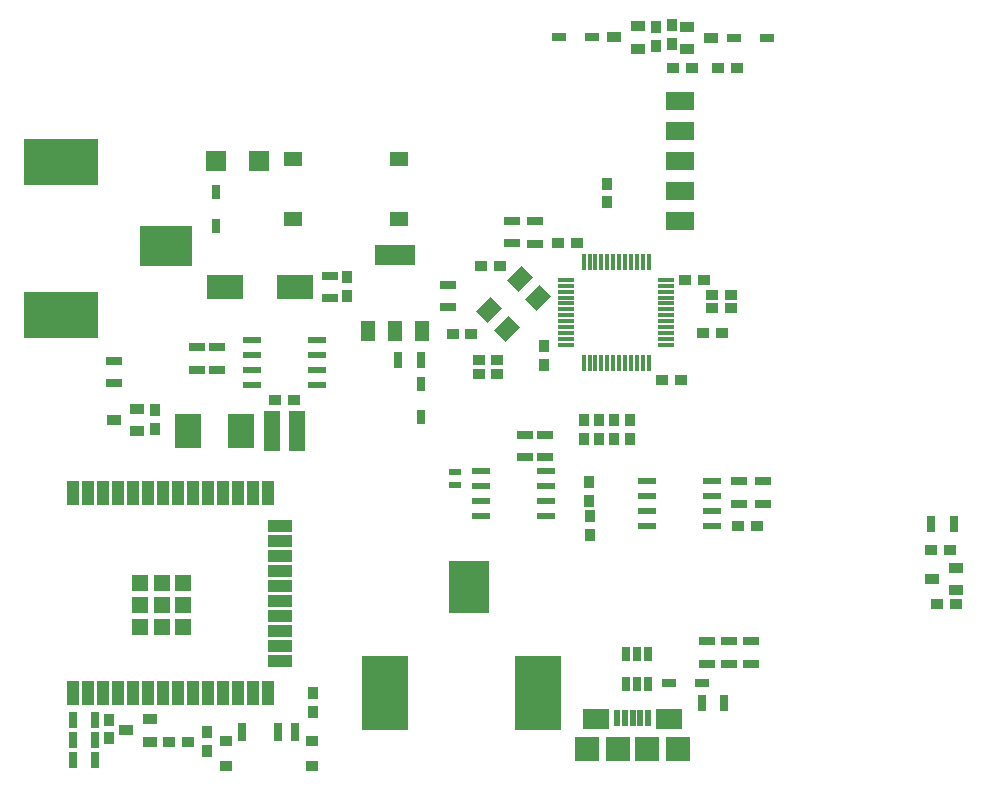
<source format=gtp>
G04*
G04 #@! TF.GenerationSoftware,Altium Limited,Altium Designer,22.6.1 (34)*
G04*
G04 Layer_Color=152*
%FSLAX25Y25*%
%MOIN*%
G70*
G04*
G04 #@! TF.SameCoordinates,8414C9FA-97DA-49A9-B933-D5EF8910B524*
G04*
G04*
G04 #@! TF.FilePolarity,Positive*
G04*
G01*
G75*
%ADD19R,0.04194X0.03494*%
%ADD20R,0.04764X0.03543*%
%ADD21R,0.03150X0.05512*%
%ADD22R,0.05512X0.03150*%
%ADD23R,0.02717X0.05158*%
%ADD24R,0.04528X0.02559*%
%ADD25R,0.07874X0.07874*%
%ADD26R,0.08661X0.06693*%
%ADD27R,0.01968X0.05709*%
%ADD28R,0.03494X0.04194*%
%ADD29R,0.09252X0.06102*%
%ADD30R,0.05194X0.01594*%
%ADD31R,0.01594X0.05194*%
%ADD32R,0.06299X0.02362*%
G04:AMPARAMS|DCode=33|XSize=66.93mil|YSize=53.15mil|CornerRadius=0mil|HoleSize=0mil|Usage=FLASHONLY|Rotation=45.000|XOffset=0mil|YOffset=0mil|HoleType=Round|Shape=Rectangle|*
%AMROTATEDRECTD33*
4,1,4,-0.00487,-0.04245,-0.04245,-0.00487,0.00487,0.04245,0.04245,0.00487,-0.00487,-0.04245,0.0*
%
%ADD33ROTATEDRECTD33*%

%ADD34R,0.15748X0.24803*%
%ADD35R,0.13386X0.17717*%
%ADD36R,0.04331X0.02362*%
%ADD37R,0.02559X0.04528*%
%ADD38R,0.06496X0.05118*%
%ADD39R,0.06693X0.06693*%
%ADD40R,0.04331X0.03543*%
%ADD41R,0.03150X0.06299*%
%ADD42R,0.03937X0.08268*%
%ADD43R,0.08268X0.03937*%
%ADD44R,0.05630X0.05630*%
%ADD45R,0.05512X0.13780*%
%ADD46R,0.08894X0.11193*%
%ADD47R,0.24803X0.15748*%
%ADD48R,0.17717X0.13386*%
%ADD49R,0.13386X0.06693*%
%ADD50R,0.05118X0.06693*%
%ADD51R,0.12205X0.08268*%
D19*
X319774Y56998D02*
D03*
X326074D02*
D03*
X324213Y75197D02*
D03*
X317913D02*
D03*
X253150Y235630D02*
D03*
X246850D02*
D03*
X238189D02*
D03*
X231889D02*
D03*
X248032Y147441D02*
D03*
X241732D02*
D03*
X244882Y155709D02*
D03*
X251182D02*
D03*
X244882Y160236D02*
D03*
X251182D02*
D03*
X235826Y165157D02*
D03*
X242126D02*
D03*
X259843Y83071D02*
D03*
X253543D02*
D03*
X234449Y131693D02*
D03*
X228149D02*
D03*
X173229Y133661D02*
D03*
X166929D02*
D03*
X173229Y138583D02*
D03*
X166929D02*
D03*
X164567Y147244D02*
D03*
X158267D02*
D03*
X199803Y177362D02*
D03*
X193503D02*
D03*
X167913Y169882D02*
D03*
X174213D02*
D03*
X70079Y11220D02*
D03*
X63779D02*
D03*
X105512Y125000D02*
D03*
X99212D02*
D03*
D20*
X326071Y61705D02*
D03*
X318236Y65445D02*
D03*
X326071Y69185D02*
D03*
X236528Y249515D02*
D03*
X244362Y245775D02*
D03*
X236528Y242035D02*
D03*
X219969Y242216D02*
D03*
X212134Y245957D02*
D03*
X219969Y249697D02*
D03*
X57264Y11220D02*
D03*
X49429Y14961D02*
D03*
X57264Y18701D02*
D03*
X53150Y122244D02*
D03*
X45315Y118504D02*
D03*
X53150Y114764D02*
D03*
D21*
X317913Y83661D02*
D03*
X325394D02*
D03*
X248819Y24016D02*
D03*
X241339D02*
D03*
X140157Y138583D02*
D03*
X147638D02*
D03*
X31693Y5118D02*
D03*
X39173D02*
D03*
X39173Y11909D02*
D03*
X31693D02*
D03*
X39173Y18602D02*
D03*
X31693D02*
D03*
D22*
X257677Y37205D02*
D03*
Y44685D02*
D03*
X250394Y37205D02*
D03*
Y44685D02*
D03*
X243110Y37205D02*
D03*
Y44685D02*
D03*
X261811Y98032D02*
D03*
Y90551D02*
D03*
X253740Y98032D02*
D03*
Y90551D02*
D03*
X189173Y106102D02*
D03*
Y113583D02*
D03*
X182480D02*
D03*
Y106102D02*
D03*
X156693Y156102D02*
D03*
Y163583D02*
D03*
X185827Y184744D02*
D03*
Y177264D02*
D03*
X177953Y184843D02*
D03*
Y177362D02*
D03*
X117323Y159055D02*
D03*
Y166535D02*
D03*
X79921Y135236D02*
D03*
Y142717D02*
D03*
X73032D02*
D03*
Y135039D02*
D03*
X45472Y130709D02*
D03*
Y138189D02*
D03*
D23*
X223425Y30492D02*
D03*
X219685D02*
D03*
X215945D02*
D03*
Y40374D02*
D03*
X219685D02*
D03*
X223425D02*
D03*
D24*
X230315Y30709D02*
D03*
X241339D02*
D03*
X262992Y245775D02*
D03*
X251969D02*
D03*
X193898Y245957D02*
D03*
X204921D02*
D03*
D25*
X223031Y8711D02*
D03*
X213583D02*
D03*
X203150D02*
D03*
X233465D02*
D03*
D26*
X206102Y18750D02*
D03*
X230512D02*
D03*
D27*
X213189Y19242D02*
D03*
X215748D02*
D03*
X218307D02*
D03*
X220866D02*
D03*
X223425D02*
D03*
D28*
X231299Y250197D02*
D03*
Y243897D02*
D03*
X225984Y243110D02*
D03*
Y249410D02*
D03*
X217323Y118307D02*
D03*
Y112007D02*
D03*
X212205D02*
D03*
Y118307D02*
D03*
X207087Y112007D02*
D03*
Y118307D02*
D03*
X201969Y112007D02*
D03*
Y118307D02*
D03*
X203937Y80118D02*
D03*
Y86418D02*
D03*
X203920Y91399D02*
D03*
Y97698D02*
D03*
X188779Y143111D02*
D03*
Y136811D02*
D03*
X209842Y197245D02*
D03*
Y190945D02*
D03*
X123228Y159645D02*
D03*
Y165945D02*
D03*
X111614Y27559D02*
D03*
Y21260D02*
D03*
X76378Y14370D02*
D03*
Y8071D02*
D03*
X43701Y12303D02*
D03*
Y18603D02*
D03*
X59055Y121851D02*
D03*
Y115551D02*
D03*
D29*
X234055Y184724D02*
D03*
Y194724D02*
D03*
Y204724D02*
D03*
Y214724D02*
D03*
Y224724D02*
D03*
D30*
X196063Y165157D02*
D03*
D03*
Y163189D02*
D03*
Y161221D02*
D03*
Y159252D02*
D03*
Y157283D02*
D03*
Y155315D02*
D03*
Y153347D02*
D03*
Y151378D02*
D03*
Y149409D02*
D03*
Y147441D02*
D03*
Y145472D02*
D03*
X229528D02*
D03*
Y147441D02*
D03*
Y149409D02*
D03*
Y151378D02*
D03*
Y153347D02*
D03*
Y155315D02*
D03*
Y157283D02*
D03*
Y159252D02*
D03*
Y161221D02*
D03*
Y163189D02*
D03*
Y165157D02*
D03*
Y143504D02*
D03*
X196063D02*
D03*
D31*
X215748Y137598D02*
D03*
X217717D02*
D03*
X219685D02*
D03*
X221654D02*
D03*
X201969D02*
D03*
X203937D02*
D03*
X205906D02*
D03*
X223622D02*
D03*
X207874D02*
D03*
X211811D02*
D03*
X213779D02*
D03*
X209842D02*
D03*
X207874Y171063D02*
D03*
X205906D02*
D03*
X201969D02*
D03*
X211811D02*
D03*
X203937D02*
D03*
X223622D02*
D03*
X221654D02*
D03*
X219685D02*
D03*
X217717D02*
D03*
X215748D02*
D03*
X213779D02*
D03*
X209842D02*
D03*
D32*
X223031Y98051D02*
D03*
Y93051D02*
D03*
Y88051D02*
D03*
Y83051D02*
D03*
X244685D02*
D03*
Y88051D02*
D03*
Y93051D02*
D03*
Y98051D02*
D03*
X167717Y101398D02*
D03*
Y96398D02*
D03*
Y91398D02*
D03*
Y86398D02*
D03*
X189370D02*
D03*
Y91398D02*
D03*
Y96398D02*
D03*
Y101398D02*
D03*
X91535Y130098D02*
D03*
Y135098D02*
D03*
Y140098D02*
D03*
Y145098D02*
D03*
X113189D02*
D03*
Y140098D02*
D03*
Y135098D02*
D03*
Y130098D02*
D03*
D33*
X176455Y148874D02*
D03*
X170331Y154999D02*
D03*
X186756Y159175D02*
D03*
X180631Y165299D02*
D03*
D34*
X135827Y27461D02*
D03*
X186614D02*
D03*
D35*
X163779Y62697D02*
D03*
D36*
X159055Y96850D02*
D03*
Y101181D02*
D03*
D37*
X147638Y119291D02*
D03*
Y130315D02*
D03*
X79528Y183268D02*
D03*
Y194291D02*
D03*
D38*
X105118Y205512D02*
D03*
Y185433D02*
D03*
X140551Y205512D02*
D03*
Y185433D02*
D03*
D39*
X93701Y204930D02*
D03*
X79528Y204912D02*
D03*
D40*
X82677Y3150D02*
D03*
X111417Y11417D02*
D03*
Y3150D02*
D03*
X82677Y11417D02*
D03*
D41*
X88189Y14370D02*
D03*
X100000D02*
D03*
X105905D02*
D03*
D42*
X31831Y27293D02*
D03*
X36831D02*
D03*
X41831D02*
D03*
X46831D02*
D03*
X51831D02*
D03*
X56831D02*
D03*
X61831D02*
D03*
X66831D02*
D03*
X71831D02*
D03*
X76831D02*
D03*
X81831D02*
D03*
X86831D02*
D03*
X91831D02*
D03*
X96831D02*
D03*
Y94222D02*
D03*
X91831D02*
D03*
X86831D02*
D03*
X81831D02*
D03*
X76831D02*
D03*
X71831D02*
D03*
X66831D02*
D03*
X61831D02*
D03*
X56831D02*
D03*
X51831D02*
D03*
X46831D02*
D03*
X41831D02*
D03*
X36831D02*
D03*
X31831D02*
D03*
D43*
X100768Y38258D02*
D03*
Y43258D02*
D03*
Y48258D02*
D03*
Y53258D02*
D03*
Y58258D02*
D03*
Y63258D02*
D03*
Y68258D02*
D03*
Y73258D02*
D03*
Y78258D02*
D03*
Y83258D02*
D03*
D44*
X54134Y49596D02*
D03*
Y56821D02*
D03*
Y64045D02*
D03*
X61358Y49596D02*
D03*
Y56821D02*
D03*
Y64045D02*
D03*
X68583Y49596D02*
D03*
Y56821D02*
D03*
Y64045D02*
D03*
D45*
X98228Y114764D02*
D03*
X106496D02*
D03*
D46*
X87638D02*
D03*
X70236D02*
D03*
D47*
X27657Y204331D02*
D03*
Y153543D02*
D03*
D48*
X62894Y176378D02*
D03*
D49*
X139173Y173425D02*
D03*
D50*
X130118Y148228D02*
D03*
X148228D02*
D03*
X139173D02*
D03*
D51*
X82284Y162795D02*
D03*
X105905D02*
D03*
M02*

</source>
